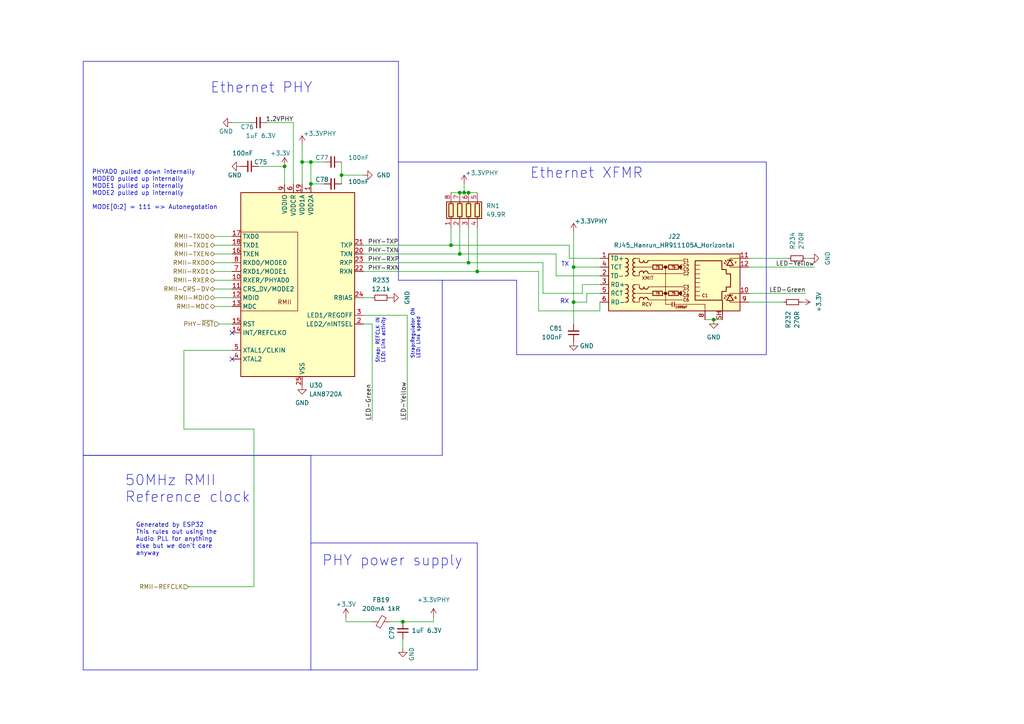
<source format=kicad_sch>
(kicad_sch (version 20230121) (generator eeschema)
  (paper "A4")
  (lib_symbols
    (symbol "AllConnectBaseboard:+3.3VPHY" (power) (pin_names (offset 0))
      (property "Value" "+3.3VPHY" (at 0 2.54 0))
      (symbol "+3.3VPHY_0_0"
        (pin power_in line (at 0 0 90) (length 0) hide (name "+3.3VPHY") (number "1"))
      )
      (symbol "+3.3VPHY_0_1"
        (polyline (pts (xy -0.762 1.27) (xy 0 2.54)))
        (polyline (pts (xy 0 0) (xy 0 2.54)))
        (polyline (pts (xy 0 2.54) (xy 0.762 1.27)))
      )
    )
    (symbol "Device:C_Small" (pin_numbers hide) (pin_names (offset 0.254) hide)
      (property "Reference" "C" (at 0.254 1.778 0))
      (property "Value" "C_Small" (at 0.254 -2.032 0))
      (symbol "C_Small_0_1"
        (polyline (pts (xy -1.524 -0.508) (xy 1.524 -0.508)) (stroke (width 0.3302)))
        (polyline (pts (xy -1.524 0.508) (xy 1.524 0.508)) (stroke (width 0.3048)))
      )
      (symbol "C_Small_1_1"
        (pin passive line (at 0 2.54 270) (length 2.032) (name "~") (number "1"))
        (pin passive line (at 0 -2.54 90) (length 2.032) (name "~") (number "2"))
      )
    )
    (symbol "Device:FerriteBead_Small" (pin_numbers hide) (pin_names (offset 0))
      (property "Reference" "FB" (at 1.905 1.27 0))
      (property "Value" "FerriteBead_Small" (at 1.905 -1.27 0))
      (symbol "FerriteBead_Small_0_1"
        (polyline (pts (xy 0 -1.27) (xy 0 -0.7874)))
        (polyline (pts (xy 0 0.889) (xy 0 1.2954)))
        (polyline (pts (xy -1.8288 0.2794) (xy -1.1176 1.4986) (xy 1.8288 -0.2032) (xy 1.1176 -1.4224) (xy -1.8288 0.2794)))
      )
      (symbol "FerriteBead_Small_1_1"
        (pin passive line (at 0 2.54 270) (length 1.27) (name "~") (number "1"))
        (pin passive line (at 0 -2.54 90) (length 1.27) (name "~") (number "2"))
      )
    )
    (symbol "Device:R_Pack04" (pin_names (offset 0) hide)
      (property "Reference" "RN" (at -7.62 0 90))
      (property "Value" "R_Pack04" (at 5.08 0 90))
      (symbol "R_Pack04_0_1"
        (rectangle (start -6.35 -2.413) (end 3.81 2.413) (stroke (width 0.254)) (fill (type background)))
        (rectangle (start -5.715 1.905) (end -4.445 -1.905) (stroke (width 0.254)))
        (rectangle (start -3.175 1.905) (end -1.905 -1.905) (stroke (width 0.254)))
        (rectangle (start -0.635 1.905) (end 0.635 -1.905) (stroke (width 0.254)))
        (polyline (pts (xy -5.08 -2.54) (xy -5.08 -1.905)))
        (polyline (pts (xy -5.08 1.905) (xy -5.08 2.54)))
        (polyline (pts (xy -2.54 -2.54) (xy -2.54 -1.905)))
        (polyline (pts (xy -2.54 1.905) (xy -2.54 2.54)))
        (polyline (pts (xy 0 -2.54) (xy 0 -1.905)))
        (polyline (pts (xy 0 1.905) (xy 0 2.54)))
        (polyline (pts (xy 2.54 -2.54) (xy 2.54 -1.905)))
        (polyline (pts (xy 2.54 1.905) (xy 2.54 2.54)))
        (rectangle (start 1.905 1.905) (end 3.175 -1.905) (stroke (width 0.254)))
      )
      (symbol "R_Pack04_1_1"
        (pin passive line (at -5.08 -5.08 90) (length 2.54) (name "R1.1") (number "1"))
        (pin passive line (at -2.54 -5.08 90) (length 2.54) (name "R2.1") (number "2"))
        (pin passive line (at 0 -5.08 90) (length 2.54) (name "R3.1") (number "3"))
        (pin passive line (at 2.54 -5.08 90) (length 2.54) (name "R4.1") (number "4"))
        (pin passive line (at 2.54 5.08 270) (length 2.54) (name "R4.2") (number "5"))
        (pin passive line (at 0 5.08 270) (length 2.54) (name "R3.2") (number "6"))
        (pin passive line (at -2.54 5.08 270) (length 2.54) (name "R2.2") (number "7"))
        (pin passive line (at -5.08 5.08 270) (length 2.54) (name "R1.2") (number "8"))
      )
    )
    (symbol "Device:R_Small" (pin_numbers hide) (pin_names (offset 0.254) hide)
      (property "Reference" "R" (at 0.762 0.508 0))
      (property "Value" "R_Small" (at 0.762 -1.016 0))
      (symbol "R_Small_0_1"
        (rectangle (start -0.762 1.778) (end 0.762 -1.778) (stroke (width 0.2032)))
      )
      (symbol "R_Small_1_1"
        (pin passive line (at 0 2.54 270) (length 0.762) (name "~") (number "1"))
        (pin passive line (at 0 -2.54 90) (length 0.762) (name "~") (number "2"))
      )
    )
    (symbol "GND_1" (power) (pin_names (offset 0))
      (property "Value" "GND_1" (at 0 -3.81 0))
      (symbol "GND_1_0_1"
        (polyline (pts (xy 0 0) (xy 0 -1.27) (xy 1.27 -1.27) (xy 0 -2.54) (xy -1.27 -1.27) (xy 0 -1.27)))
      )
      (symbol "GND_1_1_1"
        (pin power_in line (at 0 0 270) (length 0) hide (name "GND") (number "1"))
      )
    )
    (symbol "Interface_Ethernet:LAN8720A"
      (property "Reference" "U" (at -13.97 29.21 0))
      (property "Value" "LAN8720A" (at 15.24 29.21 0))
      (symbol "LAN8720A_0_0"
        (text "RMII" (at -5.08 -3.81 0) (effects (font (size 1.27 1.27))))
      )
      (symbol "LAN8720A_0_1"
        (rectangle (start -17.78 27.94) (end 15.24 -25.4) (stroke (width 0.254)) (fill (type background)))
        (polyline (pts (xy -17.78 -6.35) (xy -1.27 -6.35) (xy -1.27 16.51) (xy -17.78 16.51)))
      )
      (symbol "LAN8720A_1_1"
        (pin power_in line (at 2.54 30.48 270) (length 2.54) (name "VDD2A") (number "1"))
        (pin output line (at -20.32 2.54 0) (length 2.54) (name "RXER/PHYAD0") (number "10"))
        (pin output line (at -20.32 0 0) (length 2.54) (name "CRS_DV/MODE2") (number "11"))
        (pin bidirectional line (at -20.32 -2.54 0) (length 2.54) (name "MDIO") (number "12"))
        (pin input line (at -20.32 -5.08 0) (length 2.54) (name "MDC") (number "13"))
        (pin output line (at -20.32 -12.7 0) (length 2.54) (name "INT/REFCLKO") (number "14"))
        (pin input line (at -20.32 -10.16 0) (length 2.54) (name "RST") (number "15"))
        (pin input line (at -20.32 10.16 0) (length 2.54) (name "TXEN") (number "16"))
        (pin input line (at -20.32 15.24 0) (length 2.54) (name "TXD0") (number "17"))
        (pin input line (at -20.32 12.7 0) (length 2.54) (name "TXD1") (number "18"))
        (pin power_in line (at 0 30.48 270) (length 2.54) (name "VDD1A") (number "19"))
        (pin bidirectional line (at 17.78 -10.16 180) (length 2.54) (name "LED2/nINTSEL") (number "2"))
        (pin output line (at 17.78 10.16 180) (length 2.54) (name "TXN") (number "20"))
        (pin output line (at 17.78 12.7 180) (length 2.54) (name "TXP") (number "21"))
        (pin output line (at 17.78 5.08 180) (length 2.54) (name "RXN") (number "22"))
        (pin output line (at 17.78 7.62 180) (length 2.54) (name "RXP") (number "23"))
        (pin input line (at 17.78 -2.54 180) (length 2.54) (name "RBIAS") (number "24"))
        (pin power_in line (at 0 -27.94 90) (length 2.54) (name "VSS") (number "25"))
        (pin bidirectional line (at 17.78 -7.62 180) (length 2.54) (name "LED1/REGOFF") (number "3"))
        (pin passive line (at -20.32 -20.32 0) (length 2.54) (name "XTAL2") (number "4"))
        (pin passive line (at -20.32 -17.78 0) (length 2.54) (name "XTAL1/CLKIN") (number "5"))
        (pin power_in line (at -2.54 30.48 270) (length 2.54) (name "VDDCR") (number "6"))
        (pin output line (at -20.32 5.08 0) (length 2.54) (name "RXD1/MODE1") (number "7"))
        (pin output line (at -20.32 7.62 0) (length 2.54) (name "RXD0/MODE0") (number "8"))
        (pin power_in line (at -5.08 30.48 270) (length 2.54) (name "VDDIO") (number "9"))
      )
    )
    (symbol "OpenPowerDistribution:RJ45_Hanrun_HR911105A_Horizontal"
      (property "Reference" "J" (at 18.415 10.16 0))
      (property "Value" "RJ45_Hanrun_HR911105A_Horizontal" (at -19.05 10.16 0))
      (symbol "RJ45_Hanrun_HR911105A_Horizontal_0_0"
        (circle (center -1.27 -2.54) (radius 0.0001) (stroke (width 0.508)))
        (circle (center -1.27 5.08) (radius 0.0001) (stroke (width 0.508)))
        (polyline (pts (xy -1.27 5.08) (xy -1.27 -5.715)))
        (polyline (pts (xy 0.635 -5.08) (xy 0.635 -6.35)) (stroke (width 0.254)))
        (polyline (pts (xy 1.27 -5.08) (xy 1.27 -6.35)) (stroke (width 0.254)))
        (polyline (pts (xy 3.048 -2.54) (xy 2.54 -2.54)))
        (polyline (pts (xy 3.048 5.08) (xy 2.54 5.08)))
        (polyline (pts (xy 17.399 -3.175) (xy 17.399 -2.54) (xy 20.32 -2.54)))
        (polyline (pts (xy 17.399 6.985) (xy 17.399 7.62) (xy 20.32 7.62)))
        (polyline (pts (xy 20.32 -5.08) (xy 17.399 -5.08) (xy 17.399 -4.572)))
        (polyline (pts (xy 20.32 5.08) (xy 17.399 5.08) (xy 17.399 5.588)))
        (polyline (pts (xy 3.683 -1.905) (xy 3.048 -1.905) (xy 3.048 -3.175) (xy 3.683 -3.175)))
        (polyline (pts (xy 3.683 5.715) (xy 3.048 5.715) (xy 3.048 4.445) (xy 3.683 4.445)))
        (circle (center 3.048 -2.54) (radius 0.0001) (stroke (width 0.508)))
        (circle (center 3.048 5.08) (radius 0.0001) (stroke (width 0.508)))
        (text "C1" (at 4.699 6.985 0) (effects (font (size 0.889 0.889))))
        (text "C1" (at 10.16 -3.175 0) (effects (font (size 0.889 0.889))))
        (text "C2" (at 4.699 3.175 0) (effects (font (size 0.889 0.889))))
        (text "C3" (at 4.699 -0.635 0) (effects (font (size 0.889 0.889))))
        (text "C4" (at 4.699 5.715 0) (effects (font (size 0.889 0.889))))
        (text "C5" (at 4.699 4.445 0) (effects (font (size 0.889 0.889))))
        (text "C6" (at 4.699 -4.445 0) (effects (font (size 0.889 0.889))))
        (text "C7" (at 4.699 -1.905 0) (effects (font (size 0.889 0.889))))
        (text "C8" (at 4.699 -3.175 0) (effects (font (size 0.889 0.889))))
        (text "RCV" (at -8.255 -5.715 0) (effects (font (size 1.016 1.016)) (justify left)))
        (text "XMIT" (at -8.255 1.905 0) (effects (font (size 1.016 1.016)) (justify left)))
      )
      (symbol "RJ45_Hanrun_HR911105A_Horizontal_0_1"
        (rectangle (start -17.78 8.89) (end 20.32 -7.62) (stroke (width 0.254)) (fill (type background)))
        (polyline (pts (xy -12.7 -5.08) (xy -13.081 -5.08)))
        (polyline (pts (xy -12.7 -2.54) (xy -13.081 -2.54)))
        (polyline (pts (xy -12.7 0) (xy -13.081 0)))
        (polyline (pts (xy -12.7 2.54) (xy -13.081 2.54)))
        (polyline (pts (xy -12.7 5.08) (xy -13.081 5.08)))
        (polyline (pts (xy -12.7 7.62) (xy -13.081 7.62)))
        (polyline (pts (xy -6.35 -4.445) (xy 3.683 -4.445)))
        (polyline (pts (xy -6.35 3.175) (xy 3.683 3.175)))
        (polyline (pts (xy -6.35 6.985) (xy 3.683 6.985)))
        (polyline (pts (xy -6.223 -0.635) (xy 3.683 -0.635)))
        (polyline (pts (xy -5.08 -2.54) (xy -10.16 -2.54)))
        (polyline (pts (xy -4.953 5.08) (xy -10.16 5.08)))
        (polyline (pts (xy -2.159 -2.54) (xy -0.381 -2.54)))
        (polyline (pts (xy -2.159 5.08) (xy -0.381 5.08)))
        (polyline (pts (xy 0.635 -5.715) (xy -1.27 -5.715)))
        (polyline (pts (xy 7.4295 -1.9685) (xy 8.6995 -1.9685)))
        (polyline (pts (xy 7.4295 -0.6985) (xy 8.6995 -0.6985)))
        (polyline (pts (xy 7.4295 0.5715) (xy 8.6995 0.5715)))
        (polyline (pts (xy 7.4295 1.8415) (xy 8.6995 1.8415)))
        (polyline (pts (xy 7.4295 3.1115) (xy 8.6995 3.1115)))
        (polyline (pts (xy 8.6995 -3.2385) (xy 7.4295 -3.2385)))
        (polyline (pts (xy 8.6995 4.3815) (xy 7.4295 4.3815)))
        (polyline (pts (xy 8.6995 5.6515) (xy 7.4295 5.6515)))
        (polyline (pts (xy 10.16 -5.715) (xy 1.27 -5.715)))
        (polyline (pts (xy 10.16 -5.715) (xy 10.16 -7.62)))
        (polyline (pts (xy -10.16 0) (xy -8.89 0) (xy -8.89 -0.635)))
        (polyline (pts (xy -10.16 7.62) (xy -8.89 7.62) (xy -8.89 6.985)))
        (polyline (pts (xy -8.89 -4.445) (xy -8.89 -5.08) (xy -10.16 -5.08)))
        (polyline (pts (xy -8.89 3.175) (xy -8.89 2.54) (xy -10.16 2.54)))
      )
      (symbol "RJ45_Hanrun_HR911105A_Horizontal_1_0"
        (text "1000pF" (at 3.302 -6.477 0) (effects (font (size 0.635 0.635))))
      )
      (symbol "RJ45_Hanrun_HR911105A_Horizontal_1_1"
        (arc (start -12.7 -1.27) (mid -12.0677 -0.635) (end -12.7 0) (stroke (width 0.254)))
        (arc (start -12.6973 -5.08) (mid -12.065 -4.445) (end -12.6973 -3.81) (stroke (width 0.254)))
        (arc (start -12.6973 -3.81) (mid -12.065 -3.175) (end -12.6973 -2.54) (stroke (width 0.254)))
        (arc (start -12.6973 -2.54) (mid -12.065 -1.905) (end -12.6973 -1.27) (stroke (width 0.254)))
        (arc (start -12.6973 6.35) (mid -12.065 6.985) (end -12.6973 7.62) (stroke (width 0.254)))
        (arc (start -12.6946 2.54) (mid -12.0623 3.175) (end -12.6946 3.81) (stroke (width 0.254)))
        (arc (start -12.6946 3.81) (mid -12.0623 4.445) (end -12.6946 5.08) (stroke (width 0.254)))
        (arc (start -12.6946 5.08) (mid -12.0623 5.715) (end -12.6946 6.35) (stroke (width 0.254)))
        (arc (start -10.1654 -2.54) (mid -10.7977 -3.175) (end -10.1654 -3.81) (stroke (width 0.254)))
        (arc (start -10.1654 -1.27) (mid -10.7977 -1.905) (end -10.1654 -2.54) (stroke (width 0.254)))
        (arc (start -10.1654 0) (mid -10.7977 -0.635) (end -10.1654 -1.27) (stroke (width 0.254)))
        (arc (start -10.1654 5.08) (mid -10.7977 4.445) (end -10.1654 3.81) (stroke (width 0.254)))
        (arc (start -10.1654 6.35) (mid -10.7977 5.715) (end -10.1654 5.08) (stroke (width 0.254)))
        (arc (start -10.1654 7.62) (mid -10.7977 6.985) (end -10.1654 6.35) (stroke (width 0.254)))
        (arc (start -10.1627 -3.81) (mid -10.795 -4.445) (end -10.1627 -5.08) (stroke (width 0.254)))
        (arc (start -10.1627 3.81) (mid -10.795 3.175) (end -10.1627 2.54) (stroke (width 0.254)))
        (arc (start -8.89 6.9823) (mid -8.255 6.35) (end -7.62 6.9823) (stroke (width 0.254)))
        (arc (start -8.8265 -0.7012) (mid -8.1915 -1.3335) (end -7.5565 -0.7012) (stroke (width 0.254)))
        (arc (start -7.62 -4.3153) (mid -8.255 -3.683) (end -8.89 -4.3153) (stroke (width 0.254)))
        (arc (start -7.62 3.3047) (mid -8.255 3.937) (end -8.89 3.3047) (stroke (width 0.254)))
        (arc (start -7.62 6.985) (mid -6.985 6.3527) (end -6.35 6.985) (stroke (width 0.254)))
        (arc (start -7.5565 -0.6985) (mid -6.9215 -1.3308) (end -6.2865 -0.6985) (stroke (width 0.254)))
        (arc (start -6.35 -4.3126) (mid -6.985 -3.6803) (end -7.62 -4.3126) (stroke (width 0.254)))
        (arc (start -6.35 3.3074) (mid -6.985 3.9397) (end -7.62 3.3074) (stroke (width 0.254)))
        (rectangle (start -4.953 -1.905) (end -2.159 -3.175) (stroke (width 0.254)))
        (rectangle (start -4.953 5.715) (end -2.159 4.445) (stroke (width 0.254)))
        (rectangle (start -0.381 -1.905) (end 2.413 -3.175) (stroke (width 0.254)))
        (rectangle (start -0.381 5.715) (end 2.413 4.445) (stroke (width 0.254)))
        (polyline (pts (xy 15.24 -7.62) (xy 15.24 -4.572)) (stroke (width 0.254)))
        (polyline (pts (xy 15.748 -3.81) (xy 15.748 -4.064)))
        (polyline (pts (xy 15.748 6.35) (xy 15.748 6.096)))
        (polyline (pts (xy 16.002 -3.175) (xy 16.002 -3.429)))
        (polyline (pts (xy 16.002 6.985) (xy 16.002 6.731)))
        (polyline (pts (xy 16.637 -3.048) (xy 18.161 -3.048)) (stroke (width 0.254)))
        (polyline (pts (xy 16.637 7.112) (xy 18.161 7.112)) (stroke (width 0.254)))
        (polyline (pts (xy 16.256 -4.318) (xy 15.748 -3.81) (xy 16.002 -3.81)))
        (polyline (pts (xy 16.256 5.842) (xy 15.748 6.35) (xy 16.002 6.35)))
        (polyline (pts (xy 16.51 -3.683) (xy 16.002 -3.175) (xy 16.256 -3.175)))
        (polyline (pts (xy 16.51 6.477) (xy 16.002 6.985) (xy 16.256 6.985)))
        (polyline (pts (xy 16.51 -4.572) (xy 18.415 -4.572) (xy 17.399 -3.048) (xy 16.51 -4.572)) (stroke (width 0.254)))
        (polyline (pts (xy 16.51 5.588) (xy 18.415 5.588) (xy 17.399 7.112) (xy 16.51 5.588)) (stroke (width 0.254)))
        (polyline (pts (xy 7.3025 -4.5085) (xy 7.3025 6.9215) (xy 15.0495 6.9215) (xy 15.0495 4.3815) (xy 16.3195 4.3815) (xy 16.3195 3.1115) (xy 17.5895 3.1115) (xy 17.5895 -0.6985) (xy 16.3195 -0.6985) (xy 16.3195 -1.9685) (xy 15.0495 -1.9685) (xy 15.0495 -4.5085) (xy 7.3025 -4.5085)) (stroke (width 0.254)))
        (text "75" (at -3.556 -2.54 0) (effects (font (size 0.635 0.635))))
        (text "75" (at -3.556 5.08 0) (effects (font (size 0.635 0.635))))
        (text "75" (at 1.016 -2.54 0) (effects (font (size 0.635 0.635))))
        (text "75" (at 1.016 5.08 0) (effects (font (size 0.635 0.635))))
        (text "G" (at 19.05 -3.81 0) (effects (font (size 0.635 0.635))))
        (text "Y" (at 19.05 6.35 0) (effects (font (size 0.635 0.635))))
        (pin passive line (at -20.32 7.62 0) (length 2.54) (name "TD+") (number "1"))
        (pin passive line (at 22.86 -2.54 180) (length 2.54) (name "") (number "10"))
        (pin passive line (at 22.86 7.62 180) (length 2.54) (name "") (number "11"))
        (pin passive line (at 22.86 5.08 180) (length 2.54) (name "") (number "12"))
        (pin passive line (at -20.32 2.54 0) (length 2.54) (name "TD-") (number "2"))
        (pin passive line (at -20.32 0 0) (length 2.54) (name "RD+") (number "3"))
        (pin passive line (at -20.32 5.08 0) (length 2.54) (name "TCT") (number "4"))
        (pin passive line (at -20.32 -2.54 0) (length 2.54) (name "RCT") (number "5"))
        (pin passive line (at -20.32 -5.08 0) (length 2.54) (name "RD-") (number "6"))
        (pin no_connect line (at 20.32 0 0) (length 0) hide (name "NC") (number "7"))
        (pin power_in line (at 10.16 -10.16 90) (length 2.54) (name "") (number "8"))
        (pin passive line (at 22.86 -5.08 180) (length 2.54) (name "") (number "9"))
        (pin passive line (at 15.24 -10.16 90) (length 2.54) (name "") (number "SH"))
      )
    )
    (symbol "power:+3.3V" (power) (pin_names (offset 0))
      (property "Value" "+3.3V" (at 0 3.556 0))
      (symbol "+3.3V_0_1"
        (polyline (pts (xy -0.762 1.27) (xy 0 2.54)))
        (polyline (pts (xy 0 0) (xy 0 2.54)))
        (polyline (pts (xy 0 2.54) (xy 0.762 1.27)))
      )
      (symbol "+3.3V_1_1"
        (pin power_in line (at 0 0 90) (length 0) hide (name "+3.3V") (number "1"))
      )
    )
    (symbol "power:GND" (power) (pin_names (offset 0))
      (property "Value" "GND" (at 0 -3.81 0))
      (symbol "GND_0_1"
        (polyline (pts (xy 0 0) (xy 0 -1.27) (xy 1.27 -1.27) (xy 0 -2.54) (xy -1.27 -1.27) (xy 0 -1.27)))
      )
      (symbol "GND_1_1"
        (pin power_in line (at 0 0 270) (length 0) hide (name "GND") (number "1"))
      )
    )
  )
  (junction (at 166.37 77.47))
  (junction (at 87.63 46.99))
  (junction (at 133.35 55.88))
  (junction (at 90.17 46.99))
  (junction (at 138.43 78.74))
  (junction (at 135.89 55.88))
  (junction (at 130.81 71.12))
  (junction (at 166.37 87.63))
  (junction (at 207.01 92.71))
  (junction (at 99.06 50.8))
  (junction (at 133.35 73.66))
  (junction (at 90.17 53.34))
  (junction (at 116.84 180.34))
  (junction (at 82.55 48.26))
  (junction (at 135.89 76.2))
  (junction (at 134.62 55.88))
  (no_connect (at 67.31 96.52))
  (no_connect (at 67.31 104.14))
  (wire (pts (xy 90.17 46.99) (xy 90.17 53.34)))
  (wire (pts (xy 133.35 73.66) (xy 161.29 73.66)))
  (wire (pts (xy 156.21 90.17) (xy 173.99 90.17)))
  (wire (pts (xy 166.37 87.63) (xy 170.18 87.63)))
  (wire (pts (xy 90.17 46.99) (xy 93.98 46.99)))
  (wire (pts (xy 62.23 71.12) (xy 67.31 71.12)))
  (wire (pts (xy 157.48 85.09) (xy 168.91 85.09)))
  (wire (pts (xy 67.31 35.56) (xy 72.39 35.56)))
  (wire (pts (xy 62.23 81.28) (xy 67.31 81.28)))
  (wire (pts (xy 157.48 85.09) (xy 157.48 76.2)))
  (wire (pts (xy 53.34 101.6) (xy 53.34 124.46)))
  (wire (pts (xy 74.93 48.26) (xy 82.55 48.26)))
  (wire (pts (xy 105.41 78.74) (xy 138.43 78.74)))
  (wire (pts (xy 138.43 78.74) (xy 156.21 78.74)))
  (wire (pts (xy 217.17 74.93) (xy 228.6 74.93)))
  (wire (pts (xy 63.5 93.98) (xy 67.31 93.98)))
  (polyline (pts (xy 138.43 157.48) (xy 138.43 194.31)))
  (wire (pts (xy 166.37 77.47) (xy 173.99 77.47)))
  (wire (pts (xy 156.21 90.17) (xy 156.21 78.74)))
  (wire (pts (xy 90.17 53.34) (xy 93.98 53.34)))
  (wire (pts (xy 138.43 66.04) (xy 138.43 78.74)))
  (polyline (pts (xy 115.57 81.28) (xy 149.86 81.28)))
  (wire (pts (xy 62.23 88.9) (xy 67.31 88.9)))
  (polyline (pts (xy 149.86 81.28) (xy 149.86 102.87)))
  (wire (pts (xy 161.29 80.01) (xy 173.99 80.01)))
  (wire (pts (xy 130.81 71.12) (xy 165.1 71.12)))
  (wire (pts (xy 166.37 87.63) (xy 166.37 77.47)))
  (wire (pts (xy 207.01 92.71) (xy 209.55 92.71)))
  (wire (pts (xy 85.09 35.56) (xy 85.09 53.34)))
  (wire (pts (xy 233.68 74.93) (xy 234.95 74.93)))
  (wire (pts (xy 105.41 50.8) (xy 99.06 50.8)))
  (wire (pts (xy 62.23 76.2) (xy 67.31 76.2)))
  (wire (pts (xy 133.35 55.88) (xy 134.62 55.88)))
  (wire (pts (xy 170.18 85.09) (xy 170.18 87.63)))
  (wire (pts (xy 125.73 180.34) (xy 116.84 180.34)))
  (polyline (pts (xy 90.17 194.31) (xy 24.13 194.31)))
  (polyline (pts (xy 128.27 132.08) (xy 128.27 81.28)))
  (polyline (pts (xy 115.57 46.99) (xy 222.25 46.99)))
  (wire (pts (xy 105.41 76.2) (xy 135.89 76.2)))
  (wire (pts (xy 77.47 35.56) (xy 85.09 35.56)))
  (wire (pts (xy 135.89 55.88) (xy 138.43 55.88)))
  (wire (pts (xy 217.17 87.63) (xy 227.33 87.63)))
  (wire (pts (xy 161.29 80.01) (xy 161.29 73.66)))
  (wire (pts (xy 105.41 73.66) (xy 133.35 73.66)))
  (wire (pts (xy 73.66 170.18) (xy 54.61 170.18)))
  (polyline (pts (xy 24.13 132.08) (xy 24.13 194.31)))
  (wire (pts (xy 118.11 91.44) (xy 118.11 121.92)))
  (polyline (pts (xy 24.13 132.08) (xy 90.17 132.08)))
  (wire (pts (xy 130.81 66.04) (xy 130.81 71.12)))
  (polyline (pts (xy 24.13 17.78) (xy 24.13 132.08)))
  (wire (pts (xy 62.23 78.74) (xy 67.31 78.74)))
  (wire (pts (xy 62.23 86.36) (xy 67.31 86.36)))
  (wire (pts (xy 134.62 55.88) (xy 135.89 55.88)))
  (wire (pts (xy 168.91 82.55) (xy 173.99 82.55)))
  (polyline (pts (xy 222.25 102.87) (xy 222.25 46.99)))
  (wire (pts (xy 100.33 180.34) (xy 107.95 180.34)))
  (wire (pts (xy 165.1 74.93) (xy 165.1 71.12)))
  (wire (pts (xy 62.23 83.82) (xy 67.31 83.82)))
  (wire (pts (xy 62.23 73.66) (xy 67.31 73.66)))
  (wire (pts (xy 105.41 86.36) (xy 107.95 86.36)))
  (polyline (pts (xy 138.43 194.31) (xy 90.17 194.31)))
  (wire (pts (xy 67.31 101.6) (xy 53.34 101.6)))
  (wire (pts (xy 173.99 90.17) (xy 173.99 87.63)))
  (wire (pts (xy 166.37 67.31) (xy 166.37 77.47)))
  (polyline (pts (xy 24.13 132.08) (xy 128.27 132.08)))
  (wire (pts (xy 99.06 50.8) (xy 99.06 53.34)))
  (polyline (pts (xy 149.86 102.87) (xy 222.25 102.87)))
  (wire (pts (xy 134.62 53.34) (xy 134.62 55.88)))
  (wire (pts (xy 118.11 91.44) (xy 105.41 91.44)))
  (wire (pts (xy 99.06 46.99) (xy 99.06 50.8)))
  (wire (pts (xy 87.63 53.34) (xy 87.63 46.99)))
  (wire (pts (xy 107.95 93.98) (xy 107.95 121.92)))
  (wire (pts (xy 100.33 179.07) (xy 100.33 180.34)))
  (wire (pts (xy 173.99 85.09) (xy 170.18 85.09)))
  (polyline (pts (xy 90.17 157.48) (xy 138.43 157.48)))
  (wire (pts (xy 105.41 71.12) (xy 130.81 71.12)))
  (wire (pts (xy 217.17 77.47) (xy 236.22 77.47)))
  (wire (pts (xy 87.63 41.91) (xy 87.63 46.99)))
  (wire (pts (xy 53.34 124.46) (xy 73.66 124.46)))
  (wire (pts (xy 217.17 85.09) (xy 233.68 85.09)))
  (wire (pts (xy 87.63 46.99) (xy 90.17 46.99)))
  (wire (pts (xy 73.66 170.18) (xy 73.66 124.46)))
  (polyline (pts (xy 90.17 132.08) (xy 90.17 194.31)))
  (wire (pts (xy 113.03 180.34) (xy 116.84 180.34)))
  (wire (pts (xy 107.95 93.98) (xy 105.41 93.98)))
  (wire (pts (xy 135.89 66.04) (xy 135.89 76.2)))
  (wire (pts (xy 204.47 92.71) (xy 207.01 92.71)))
  (wire (pts (xy 62.23 68.58) (xy 67.31 68.58)))
  (wire (pts (xy 116.84 185.42) (xy 116.84 187.96)))
  (wire (pts (xy 165.1 74.93) (xy 173.99 74.93)))
  (wire (pts (xy 133.35 66.04) (xy 133.35 73.66)))
  (polyline (pts (xy 115.57 17.78) (xy 24.13 17.78)))
  (wire (pts (xy 130.81 55.88) (xy 133.35 55.88)))
  (wire (pts (xy 82.55 48.26) (xy 82.55 53.34)))
  (polyline (pts (xy 115.57 46.99) (xy 115.57 81.28)))
  (wire (pts (xy 166.37 87.63) (xy 166.37 93.98)))
  (wire (pts (xy 125.73 179.07) (xy 125.73 180.34)))
  (wire (pts (xy 135.89 76.2) (xy 157.48 76.2)))
  (polyline (pts (xy 115.57 46.99) (xy 115.57 17.78)))
  (wire (pts (xy 168.91 85.09) (xy 168.91 82.55)))
  (text "RX" (at 165.1 88.265 0) (effects (font (size 1.27 1.27)) (justify right bottom)))
  (text "TX" (at 165.1 77.47 0) (effects (font (size 1.27 1.27)) (justify right bottom)))
  (text "PHYAD0 pulled down internally\nMODE0 pulled up internally\nMODE1 pulled up internally\nMODE2 pulled up internally\n\nMODE[0:2] = 111 => Autonegotation" (at 26.67 60.96 0) (effects (font (size 1.27 1.27)) (justify left bottom)))
  (text "Generated by ESP32\nThis rules out using the\nAudio PLL for anything\nelse but we don't care\nanyway" (at 39.37 161.29 0) (effects (font (size 1.27 1.27)) (justify left bottom)))
  (text "Strap: REFCLK IN\nLED: Link activity" (at 111.76 105.41 90) (effects (font (size 1 1)) (justify left bottom)))
  (text "Ethernet PHY" (at 60.96 27.305 0) (effects (font (size 3 3)) (justify left bottom)))
  (text "50MHz RMII\nReference clock" (at 36.195 146.05 0) (effects (font (size 3 3)) (justify left bottom)))
  (text "Ethernet XFMR" (at 153.67 52.07 0) (effects (font (size 3 3)) (justify left bottom)))
  (text "Strap:Regulator ON\nLED: Link speed" (at 121.92 104.14 90) (effects (font (size 1 1)) (justify left bottom)))
  (text "PHY power supply" (at 93.345 164.465 0) (effects (font (size 3 3)) (justify left bottom)))
  (label "LED-Yellow" (at 236.22 77.47 180))
  (label "PHY-RXP" (at 106.68 76.2 0))
  (label "LED-Green" (at 107.95 121.92 90))
  (label "LED-Yellow" (at 118.11 121.92 90))
  (label "1.2VPHY" (at 85.09 35.56 180))
  (label "PHY-TXN" (at 106.68 73.66 0))
  (label "PHY-TXP" (at 106.68 71.12 0))
  (label "LED-Green" (at 233.68 85.09 180))
  (label "PHY-RXN" (at 106.68 78.74 0))
  (hierarchical_label "RMII-RXER" (shape bidirectional) (at 62.23 81.28 180))
  (hierarchical_label "RMII-RXD0" (shape bidirectional) (at 62.23 76.2 180))
  (hierarchical_label "RMII-TXD0" (shape bidirectional) (at 62.23 68.58 180))
  (hierarchical_label "RMII-CRS-DV" (shape bidirectional) (at 62.23 83.82 180))
  (hierarchical_label "RMII-REFCLK" (shape input) (at 54.61 170.18 180))
  (hierarchical_label "RMII-MDC" (shape bidirectional) (at 62.23 88.9 180))
  (hierarchical_label "RMII-MDIO" (shape bidirectional) (at 62.23 86.36 180))
  (hierarchical_label "RMII-TXEN" (shape bidirectional) (at 62.23 73.66 180))
  (hierarchical_label "RMII-TXD1" (shape bidirectional) (at 62.23 71.12 180))
  (hierarchical_label "RMII-RXD1" (shape bidirectional) (at 62.23 78.74 180))
  (hierarchical_label "PHY-~{RST}" (shape input) (at 63.5 93.98 180))
  (symbol (lib_id "Device:R_Small") (at 231.14 74.93 90) (unit 1)
    (property "Reference" "R4" (at 229.8699 72.39 0) (effects (justify left)))
    (property "Value" "270R" (at 232.4099 72.39 0) (effects (justify left)))
    (property "Footprint" "Resistor_SMD:R_0603_1608Metric" (effects hide))
    (instances (project "OpenPowerDistribution" (path "" (reference "R234") (unit 1))))
  )
  (symbol (lib_id "Device:C_Small") (at 116.84 182.88 0) (mirror x) (unit 1)
    (property "Reference" "C6" (at 113.665 181.61 90) (effects (justify left)))
    (property "Value" "1uF 6.3V" (at 119.38 182.88 0) (effects (justify left)))
    (property "Footprint" "Capacitor_SMD:C_0603_1608Metric" (effects hide))
    (property "MPN" "CL10B104KB8NNWC" (effects hide))
    (property "MPNA1" "CL10B104KB8NNNC" (effects hide))
    (instances (project "OpenPowerDistribution" (path "" (reference "C79") (unit 1))))
  )
  (symbol (lib_id "Device:R_Small") (at 229.87 87.63 90) (mirror x) (unit 1)
    (property "Reference" "R2" (at 228.5999 90.17 0) (effects (justify left)))
    (property "Value" "270R" (at 231.1399 90.17 0) (effects (justify left)))
    (property "Footprint" "Resistor_SMD:R_0603_1608Metric" (effects hide))
    (instances (project "OpenPowerDistribution" (path "" (reference "R232") (unit 1))))
  )
  (symbol (lib_id "AllConnectBaseboard:+3.3VPHY") (at 125.73 179.07 0) (unit 1)
    (property "Reference" "#PWR015" (effects hide))
    (property "Value" "+3.3VPHY" (at 125.73 173.99 0))
    (instances (project "OpenPowerDistribution" (path "" (reference "#PWR0301") (unit 1))))
  )
  (symbol (lib_id "AllConnectBaseboard:+3.3VPHY") (at 134.62 53.34 0) (unit 1)
    (property "Reference" "#PWR016" (effects hide))
    (property "Value" "+3.3VPHY" (at 139.7 50.165 0))
    (instances (project "OpenPowerDistribution" (path "" (reference "#PWR0302") (unit 1))))
  )
  (symbol (lib_id "power:GND") (at 234.95 74.93 90) (unit 1)
    (property "Reference" "#PWR014" (effects hide))
    (property "Value" "GND" (at 240.03 74.93 0))
    (instances (project "OpenPowerDistribution" (path "" (reference "#PWR0300") (unit 1))))
  )
  (symbol (lib_id "power:GND") (at 116.84 187.96 0) (unit 1)
    (property "Reference" "#PWR013" (effects hide))
    (property "Value" "GND" (at 119.38 191.77 90) (effects (justify left)))
    (instances (project "OpenPowerDistribution" (path "" (reference "#PWR0299") (unit 1))))
  )
  (symbol (lib_id "power:GND") (at 113.03 86.36 90) (unit 1)
    (property "Reference" "#PWR012" (effects hide))
    (property "Value" "GND" (at 118.11 86.36 0))
    (instances (project "OpenPowerDistribution" (path "" (reference "#PWR0298") (unit 1))))
  )
  (symbol (lib_id "power:GND") (at 67.31 35.56 270) (unit 1)
    (property "Reference" "#PWR04" (effects hide))
    (property "Value" "GND" (at 63.5 38.1 90) (effects (justify left)))
    (instances (project "OpenPowerDistribution" (path "" (reference "#PWR0290") (unit 1))))
  )
  (symbol (lib_id "power:+3.3V") (at 232.41 87.63 270) (unit 1)
    (property "Reference" "#PWR0360" (effects hide))
    (property "Value" "+3.3V" (at 237.49 87.63 0))
    (instances (project "OpenPowerDistribution" (path "" (reference "#PWR0297") (unit 1))))
  )
  (symbol (lib_id "Device:FerriteBead_Small") (at 110.49 180.34 270) (unit 1)
    (property "Reference" "FB1" (at 110.5281 173.99 90))
    (property "Value" "200mA 1kR" (at 110.5281 176.53 90))
    (property "Footprint" "Inductor_SMD:L_0805_2012Metric" (effects hide))
    (property "MPN" "LCCB-102" (effects hide))
    (instances (project "OpenPowerDistribution" (path "" (reference "FB19") (unit 1))))
  )
  (symbol (lib_id "power:+3.3V") (at 100.33 179.07 0) (unit 1)
    (property "Reference" "#PWR0360" (effects hide))
    (property "Value" "+3.3V" (at 100.33 175.26 0))
    (instances (project "OpenPowerDistribution" (path "" (reference "#PWR0295") (unit 1))))
  )
  (symbol (lib_id "power:GND") (at 87.63 111.76 0) (unit 1)
    (property "Reference" "#PWR08" (effects hide))
    (property "Value" "GND" (at 87.63 116.84 0))
    (instances (project "OpenPowerDistribution" (path "" (reference "#PWR0294") (unit 1))))
  )
  (symbol (lib_id "Device:R_Pack04") (at 135.89 60.96 0) (unit 1)
    (property "Reference" "RN1" (at 140.97 59.6899 0) (effects (justify left)))
    (property "Value" "49.9R" (at 140.97 62.2299 0) (effects (justify left)))
    (property "Footprint" "Resistor_SMD:R_Array_Concave_4x0603" (effects hide))
  )
  (symbol (lib_name "GND_1") (lib_id "power:GND") (at 207.01 92.71 0) (unit 1)
    (property "Reference" "#PWR0307" (effects hide))
    (property "Value" "GND" (at 207.01 97.79 0))
  )
  (symbol (lib_id "Device:C_Small") (at 74.93 35.56 90) (mirror x) (unit 1)
    (property "Reference" "C3" (at 73.66 36.83 90) (effects (justify left)))
    (property "Value" "1uF 6.3V" (at 80.01 39.37 90) (effects (justify left)))
    (property "Footprint" "Capacitor_SMD:C_0603_1608Metric" (effects hide))
    (property "MPN" "CL10B104KB8NNWC" (effects hide))
    (property "MPNA1" "CL10B104KB8NNNC" (effects hide))
    (instances (project "OpenPowerDistribution" (path "" (reference "C76") (unit 1))))
  )
  (symbol (lib_id "power:GND") (at 105.41 50.8 90) (unit 1)
    (property "Reference" "#PWR010" (effects hide))
    (property "Value" "GND" (at 109.22 50.7999 90) (effects (justify right)))
    (instances (project "OpenPowerDistribution" (path "" (reference "#PWR0296") (unit 1))))
  )
  (symbol (lib_id "power:GND") (at 69.85 48.26 270) (unit 1)
    (property "Reference" "#PWR05" (effects hide))
    (property "Value" "GND" (at 66.04 50.8 90) (effects (justify left)))
    (instances (project "OpenPowerDistribution" (path "" (reference "#PWR0291") (unit 1))))
  )
  (symbol (lib_id "Device:C_Small") (at 96.52 53.34 270) (mirror x) (unit 1)
    (property "Reference" "C5" (at 91.44 52.07 90) (effects (justify left)))
    (property "Value" "100nF" (at 100.965 52.705 90) (effects (justify left)))
    (property "Footprint" "Capacitor_SMD:C_0603_1608Metric" (effects hide))
    (property "MPN" "CL10B104KB8NNWC" (effects hide))
    (property "MPNA1" "CL10B104KB8NNNC" (effects hide))
    (instances (project "OpenPowerDistribution" (path "" (reference "C78") (unit 1))))
  )
  (symbol (lib_id "Device:C_Small") (at 166.37 96.52 0) (mirror x) (unit 1)
    (property "Reference" "C8" (at 163.195 95.2435 0) (effects (justify right)))
    (property "Value" "100nF" (at 163.195 97.7835 0) (effects (justify right)))
    (property "Footprint" "Capacitor_SMD:C_0603_1608Metric" (effects hide))
    (property "MPN" "CL10B104KB8NNWC" (effects hide))
    (property "MPNA1" "CL10B104KB8NNNC" (effects hide))
    (instances (project "OpenPowerDistribution" (path "" (reference "C81") (unit 1))))
  )
  (symbol (lib_id "Device:R_Small") (at 110.49 86.36 90) (unit 1)
    (property "Reference" "R3" (at 110.49 81.28 90))
    (property "Value" "12.1k" (at 110.49 83.82 90))
    (property "Footprint" "Resistor_SMD:R_0603_1608Metric" (effects hide))
    (instances (project "OpenPowerDistribution" (path "" (reference "R233") (unit 1))))
  )
  (symbol (lib_id "Device:C_Small") (at 96.52 46.99 270) (mirror x) (unit 1)
    (property "Reference" "C4" (at 91.44 45.72 90) (effects (justify left)))
    (property "Value" "100nF" (at 100.965 45.72 90) (effects (justify left)))
    (property "Footprint" "Capacitor_SMD:C_0603_1608Metric" (effects hide))
    (property "MPN" "CL10B104KB8NNWC" (effects hide))
    (property "MPNA1" "CL10B104KB8NNNC" (effects hide))
    (instances (project "OpenPowerDistribution" (path "" (reference "C77") (unit 1))))
  )
  (symbol (lib_id "AllConnectBaseboard:+3.3VPHY") (at 87.63 41.91 0) (unit 1)
    (property "Reference" "#PWR07" (effects hide))
    (property "Value" "+3.3VPHY" (at 92.71 38.735 0))
    (instances (project "OpenPowerDistribution" (path "" (reference "#PWR0293") (unit 1))))
  )
  (symbol (lib_id "OpenPowerDistribution:RJ45_Hanrun_HR911105A_Horizontal") (at 194.31 82.55 0) (unit 1)
    (property "Reference" "J22" (at 195.58 68.58 0))
    (property "Value" "RJ45_Hanrun_HR911105A_Horizontal" (at 195.58 71.12 0))
    (property "Footprint" "Connector_RJ:RJ45_Hanrun_HR911105A_Horizontal" (effects hide))
    (property "Datasheet" "https://datasheet.lcsc.com/lcsc/1811141815_HANRUN-Zhongshan-HanRun-Elec-HR911105A_C12074.pdf" (effects hide))
  )
  (symbol (lib_id "Device:C_Small") (at 72.39 48.26 270) (mirror x) (unit 1)
    (property "Reference" "C2" (at 73.66 46.99 90) (effects (justify left)))
    (property "Value" "100nF" (at 67.31 44.45 90) (effects (justify left)))
    (property "Footprint" "Capacitor_SMD:C_0603_1608Metric" (effects hide))
    (property "MPN" "CL10B104KB8NNWC" (effects hide))
    (property "MPNA1" "CL10B104KB8NNNC" (effects hide))
    (instances (project "OpenPowerDistribution" (path "" (reference "C75") (unit 1))))
  )
  (symbol (lib_id "AllConnectBaseboard:+3.3VPHY") (at 166.37 67.31 0) (unit 1)
    (property "Reference" "#PWR018" (effects hide))
    (property "Value" "+3.3VPHY" (at 171.45 64.135 0))
    (instances (project "OpenPowerDistribution" (path "" (reference "#PWR0304") (unit 1))))
  )
  (symbol (lib_id "power:+3.3V") (at 82.55 48.26 0) (unit 1)
    (property "Reference" "#PWR0360" (effects hide))
    (property "Value" "+3.3V" (at 81.28 44.45 0))
    (instances (project "OpenPowerDistribution" (path "" (reference "#PWR0292") (unit 1))))
  )
  (symbol (lib_id "power:GND") (at 166.37 99.06 0) (unit 1)
    (property "Reference" "#PWR019" (effects hide))
    (property "Value" "GND" (at 170.18 100.33 0))
    (instances (project "OpenPowerDistribution" (path "" (reference "#PWR0305") (unit 1))))
  )
  (symbol (lib_id "Interface_Ethernet:LAN8720A") (at 87.63 83.82 0) (unit 1)
    (property "Reference" "U2" (at 89.6494 111.76 0) (effects (justify left)))
    (property "Value" "LAN8720A" (at 89.6494 114.3 0) (effects (justify left)))
    (property "Footprint" "Package_DFN_QFN:QFN-24-1EP_4x4mm_P0.5mm_EP2.6x2.6mm" (effects hide))
    (property "Datasheet" "http://ww1.microchip.com/downloads/en/DeviceDoc/8720a.pdf" (effects hide))
    (property "MPN" "LAN8720AI-CP-TR-ABC" (effects hide))
    (instances (project "OpenPowerDistribution" (path "" (reference "U30") (unit 1))))
  )
)
</source>
